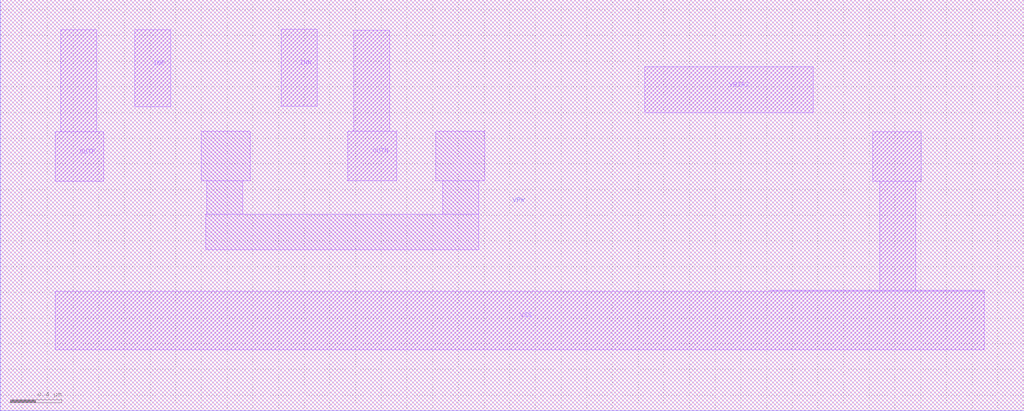
<source format=lef>
VERSION 5.7 ;
  NOWIREEXTENSIONATPIN ON ;
  DIVIDERCHAR "/" ;
  BUSBITCHARS "[]" ;
MACRO CS_Switch_2x
  CLASS BLOCK ;
  FOREIGN CS_Switch_2x ;
  ORIGIN -3.435 -4.280 ;
  SIZE 7.970 BY 3.200 ;
  PIN INP
    DIRECTION INPUT ;
    USE SIGNAL ;
    ANTENNAGATEAREA 0.061600 ;
    PORT
      LAYER Metal1 ;
        RECT 4.480 6.645 4.760 7.245 ;
    END
  END INP
  PIN INN
    DIRECTION INPUT ;
    USE SIGNAL ;
    ANTENNAGATEAREA 0.061600 ;
    PORT
      LAYER Metal1 ;
        RECT 5.620 6.650 5.900 7.250 ;
    END
  END INN
  PIN OUTP
    DIRECTION INOUT ;
    USE POWER ;
    PORT
      LAYER Metal1 ;
        RECT 3.905 6.450 4.185 7.245 ;
        RECT 3.860 6.065 4.240 6.450 ;
    END
  END OUTP
  PIN OUTN
    DIRECTION INOUT ;
    USE POWER ;
    PORT
      LAYER Metal1 ;
        RECT 6.185 6.455 6.465 7.240 ;
        RECT 6.140 6.070 6.520 6.455 ;
    END
  END OUTN
  PIN VBIAS
    DIRECTION INOUT ;
    USE POWER ;
    PORT
      LAYER Metal1 ;
        RECT 8.450 6.600 9.765 6.955 ;
    END
  END VBIAS
  PIN VSS
    DIRECTION INOUT ;
    USE GROUND ;
    PORT
      LAYER Metal1 ;
        RECT 10.225 6.065 10.605 6.450 ;
        RECT 10.280 5.215 10.560 6.065 ;
        RECT 9.430 5.210 11.095 5.215 ;
        RECT 3.860 4.755 11.095 5.210 ;
    END
  END VSS
  PIN VPW
    DIRECTION INOUT ;
    USE GROUND ;
    PORT
      LAYER Pwell ;
        RECT 3.435 4.280 11.405 7.480 ;
    END
  END VPW
  OBS
      LAYER Metal1 ;
        RECT 5.000 6.070 5.380 6.455 ;
        RECT 6.825 6.070 7.205 6.455 ;
        RECT 5.040 5.810 5.320 6.070 ;
        RECT 6.880 5.810 7.160 6.070 ;
        RECT 5.035 5.530 7.160 5.810 ;
  END
END CS_Switch_2x
END LIBRARY


</source>
